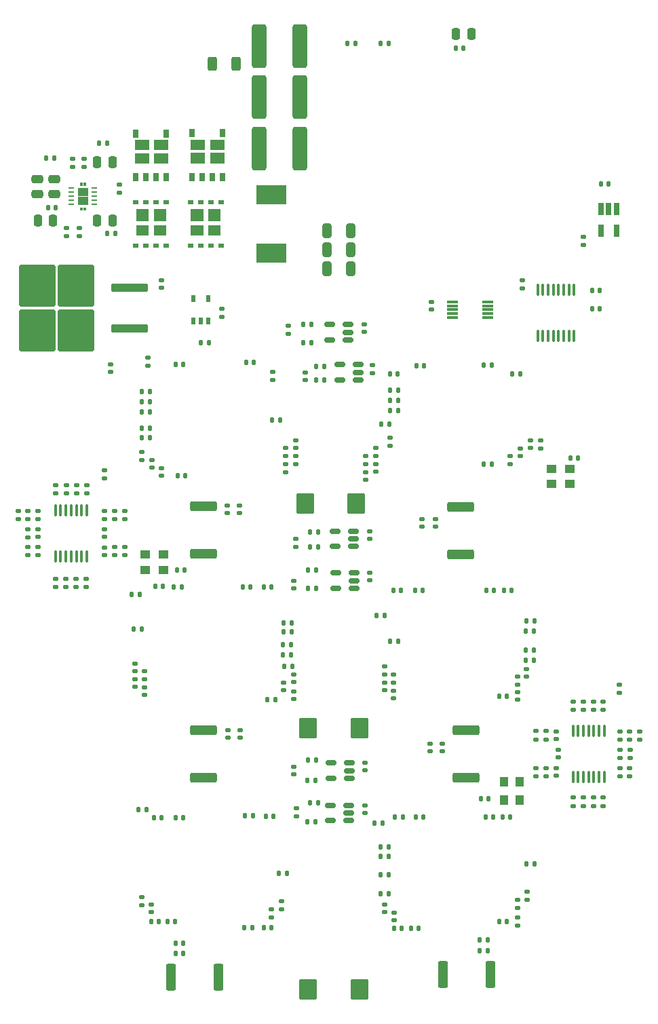
<source format=gbr>
%TF.GenerationSoftware,KiCad,Pcbnew,7.0.7*%
%TF.CreationDate,2023-10-30T22:19:44-06:00*%
%TF.ProjectId,bitaxeHex,62697461-7865-4486-9578-2e6b69636164,0.9*%
%TF.SameCoordinates,Original*%
%TF.FileFunction,Paste,Bot*%
%TF.FilePolarity,Positive*%
%FSLAX46Y46*%
G04 Gerber Fmt 4.6, Leading zero omitted, Abs format (unit mm)*
G04 Created by KiCad (PCBNEW 7.0.7) date 2023-10-30 22:19:44*
%MOMM*%
%LPD*%
G01*
G04 APERTURE LIST*
G04 Aperture macros list*
%AMRoundRect*
0 Rectangle with rounded corners*
0 $1 Rounding radius*
0 $2 $3 $4 $5 $6 $7 $8 $9 X,Y pos of 4 corners*
0 Add a 4 corners polygon primitive as box body*
4,1,4,$2,$3,$4,$5,$6,$7,$8,$9,$2,$3,0*
0 Add four circle primitives for the rounded corners*
1,1,$1+$1,$2,$3*
1,1,$1+$1,$4,$5*
1,1,$1+$1,$6,$7*
1,1,$1+$1,$8,$9*
0 Add four rect primitives between the rounded corners*
20,1,$1+$1,$2,$3,$4,$5,0*
20,1,$1+$1,$4,$5,$6,$7,0*
20,1,$1+$1,$6,$7,$8,$9,0*
20,1,$1+$1,$8,$9,$2,$3,0*%
G04 Aperture macros list end*
%ADD10C,0.100000*%
%ADD11C,0.001000*%
%ADD12R,0.762000X0.990600*%
%ADD13RoundRect,0.135000X0.135000X0.185000X-0.135000X0.185000X-0.135000X-0.185000X0.135000X-0.185000X0*%
%ADD14RoundRect,0.140000X0.170000X-0.140000X0.170000X0.140000X-0.170000X0.140000X-0.170000X-0.140000X0*%
%ADD15RoundRect,0.250000X-0.325000X-0.650000X0.325000X-0.650000X0.325000X0.650000X-0.325000X0.650000X0*%
%ADD16RoundRect,0.140000X-0.170000X0.140000X-0.170000X-0.140000X0.170000X-0.140000X0.170000X0.140000X0*%
%ADD17RoundRect,0.140000X0.140000X0.170000X-0.140000X0.170000X-0.140000X-0.170000X0.140000X-0.170000X0*%
%ADD18RoundRect,0.135000X0.185000X-0.135000X0.185000X0.135000X-0.185000X0.135000X-0.185000X-0.135000X0*%
%ADD19RoundRect,0.250000X0.475000X-0.250000X0.475000X0.250000X-0.475000X0.250000X-0.475000X-0.250000X0*%
%ADD20RoundRect,0.250000X-0.875000X-1.025000X0.875000X-1.025000X0.875000X1.025000X-0.875000X1.025000X0*%
%ADD21RoundRect,0.140000X-0.140000X-0.170000X0.140000X-0.170000X0.140000X0.170000X-0.140000X0.170000X0*%
%ADD22RoundRect,0.150000X0.512500X0.150000X-0.512500X0.150000X-0.512500X-0.150000X0.512500X-0.150000X0*%
%ADD23RoundRect,0.135000X-0.135000X-0.185000X0.135000X-0.185000X0.135000X0.185000X-0.135000X0.185000X0*%
%ADD24RoundRect,0.250000X-0.650000X-2.450000X0.650000X-2.450000X0.650000X2.450000X-0.650000X2.450000X0*%
%ADD25R,0.650000X1.560000*%
%ADD26RoundRect,0.250000X-0.312500X-0.625000X0.312500X-0.625000X0.312500X0.625000X-0.312500X0.625000X0*%
%ADD27RoundRect,0.135000X-0.185000X0.135000X-0.185000X-0.135000X0.185000X-0.135000X0.185000X0.135000X0*%
%ADD28RoundRect,0.100000X0.100000X-0.637500X0.100000X0.637500X-0.100000X0.637500X-0.100000X-0.637500X0*%
%ADD29R,0.558800X0.952500*%
%ADD30R,3.700000X2.420000*%
%ADD31RoundRect,0.250000X0.250000X0.475000X-0.250000X0.475000X-0.250000X-0.475000X0.250000X-0.475000X0*%
%ADD32R,1.300000X1.100000*%
%ADD33R,1.400000X0.300000*%
%ADD34RoundRect,0.250000X-0.362500X-1.425000X0.362500X-1.425000X0.362500X1.425000X-0.362500X1.425000X0*%
%ADD35RoundRect,0.250000X-0.250000X-0.475000X0.250000X-0.475000X0.250000X0.475000X-0.250000X0.475000X0*%
%ADD36R,0.650000X0.630000*%
%ADD37RoundRect,0.250000X1.425000X-0.362500X1.425000X0.362500X-1.425000X0.362500X-1.425000X-0.362500X0*%
%ADD38RoundRect,0.250000X0.362500X1.425000X-0.362500X1.425000X-0.362500X-1.425000X0.362500X-1.425000X0*%
%ADD39R,1.100000X1.300000*%
%ADD40RoundRect,0.250000X2.050000X0.300000X-2.050000X0.300000X-2.050000X-0.300000X2.050000X-0.300000X0*%
%ADD41RoundRect,0.250000X2.025000X2.375000X-2.025000X2.375000X-2.025000X-2.375000X2.025000X-2.375000X0*%
%ADD42RoundRect,0.050000X-0.250000X-0.070000X0.250000X-0.070000X0.250000X0.070000X-0.250000X0.070000X0*%
G04 APERTURE END LIST*
%TO.C,Q3*%
D10*
X79250000Y-65138293D02*
X77550000Y-65138293D01*
X77550000Y-63938293D01*
X79250000Y-63938293D01*
X79250000Y-65138293D01*
G36*
X79250000Y-65138293D02*
G01*
X77550000Y-65138293D01*
X77550000Y-63938293D01*
X79250000Y-63938293D01*
X79250000Y-65138293D01*
G37*
X76850000Y-65138293D02*
X75150000Y-65138293D01*
X75150000Y-63938293D01*
X76850000Y-63938293D01*
X76850000Y-65138293D01*
G36*
X76850000Y-65138293D02*
G01*
X75150000Y-65138293D01*
X75150000Y-63938293D01*
X76850000Y-63938293D01*
X76850000Y-65138293D01*
G37*
X79250000Y-63488293D02*
X77550000Y-63488293D01*
X77550000Y-62288293D01*
X79250000Y-62288293D01*
X79250000Y-63488293D01*
G36*
X79250000Y-63488293D02*
G01*
X77550000Y-63488293D01*
X77550000Y-62288293D01*
X79250000Y-62288293D01*
X79250000Y-63488293D01*
G37*
X76850000Y-63488293D02*
X75150000Y-63488293D01*
X75150000Y-62288293D01*
X76850000Y-62288293D01*
X76850000Y-63488293D01*
G36*
X76850000Y-63488293D02*
G01*
X75150000Y-63488293D01*
X75150000Y-62288293D01*
X76850000Y-62288293D01*
X76850000Y-63488293D01*
G37*
%TO.C,Q1*%
X72250000Y-65150000D02*
X70550000Y-65150000D01*
X70550000Y-63950000D01*
X72250000Y-63950000D01*
X72250000Y-65150000D01*
G36*
X72250000Y-65150000D02*
G01*
X70550000Y-65150000D01*
X70550000Y-63950000D01*
X72250000Y-63950000D01*
X72250000Y-65150000D01*
G37*
X69850000Y-65150000D02*
X68150000Y-65150000D01*
X68150000Y-63950000D01*
X69850000Y-63950000D01*
X69850000Y-65150000D01*
G36*
X69850000Y-65150000D02*
G01*
X68150000Y-65150000D01*
X68150000Y-63950000D01*
X69850000Y-63950000D01*
X69850000Y-65150000D01*
G37*
X72250000Y-63500000D02*
X70550000Y-63500000D01*
X70550000Y-62300000D01*
X72250000Y-62300000D01*
X72250000Y-63500000D01*
G36*
X72250000Y-63500000D02*
G01*
X70550000Y-63500000D01*
X70550000Y-62300000D01*
X72250000Y-62300000D01*
X72250000Y-63500000D01*
G37*
X69850000Y-63500000D02*
X68150000Y-63500000D01*
X68150000Y-62300000D01*
X69850000Y-62300000D01*
X69850000Y-63500000D01*
G36*
X69850000Y-63500000D02*
G01*
X68150000Y-63500000D01*
X68150000Y-62300000D01*
X69850000Y-62300000D01*
X69850000Y-63500000D01*
G37*
%TO.C,Q2*%
G36*
X69890120Y-74215034D02*
G01*
X68320400Y-74215034D01*
X68320400Y-72980086D01*
X69890120Y-72980086D01*
X69890120Y-74215034D01*
G37*
G36*
X72079600Y-74215034D02*
G01*
X70509880Y-74215034D01*
X70509880Y-72980086D01*
X72079600Y-72980086D01*
X72079600Y-74215034D01*
G37*
G36*
X69890120Y-72479960D02*
G01*
X68320400Y-72479960D01*
X68320400Y-70895000D01*
X69890120Y-70895000D01*
X69890120Y-72479960D01*
G37*
G36*
X72079600Y-72479960D02*
G01*
X70509880Y-72479960D01*
X70509880Y-70895000D01*
X72079600Y-70895000D01*
X72079600Y-72479960D01*
G37*
%TO.C,U4*%
D11*
X61530000Y-67937000D02*
X61280000Y-67937000D01*
X61280000Y-67642000D01*
X61530000Y-67642000D01*
X61530000Y-67937000D01*
G36*
X61530000Y-67937000D02*
G01*
X61280000Y-67937000D01*
X61280000Y-67642000D01*
X61530000Y-67642000D01*
X61530000Y-67937000D01*
G37*
X61530000Y-71042000D02*
X61280000Y-71042000D01*
X61280000Y-70747000D01*
X61530000Y-70747000D01*
X61530000Y-71042000D01*
G36*
X61530000Y-71042000D02*
G01*
X61280000Y-71042000D01*
X61280000Y-70747000D01*
X61530000Y-70747000D01*
X61530000Y-71042000D01*
G37*
X62030000Y-67937000D02*
X61780000Y-67937000D01*
X61780000Y-67642000D01*
X62030000Y-67642000D01*
X62030000Y-67937000D01*
G36*
X62030000Y-67937000D02*
G01*
X61780000Y-67937000D01*
X61780000Y-67642000D01*
X62030000Y-67642000D01*
X62030000Y-67937000D01*
G37*
X62030000Y-71042000D02*
X61780000Y-71042000D01*
X61780000Y-70747000D01*
X62030000Y-70747000D01*
X62030000Y-71042000D01*
G36*
X62030000Y-71042000D02*
G01*
X61780000Y-71042000D01*
X61780000Y-70747000D01*
X62030000Y-70747000D01*
X62030000Y-71042000D01*
G37*
X62250000Y-70367000D02*
X61040000Y-70372000D01*
X61040000Y-69442000D01*
X62250000Y-69437000D01*
X62250000Y-70367000D01*
G36*
X62250000Y-70367000D02*
G01*
X61040000Y-70372000D01*
X61040000Y-69442000D01*
X62250000Y-69437000D01*
X62250000Y-70367000D01*
G37*
X62255000Y-69242000D02*
X61045000Y-69247000D01*
X61045000Y-68317000D01*
X62255000Y-68312000D01*
X62255000Y-69242000D01*
G36*
X62255000Y-69242000D02*
G01*
X61045000Y-69247000D01*
X61045000Y-68317000D01*
X62255000Y-68312000D01*
X62255000Y-69242000D01*
G37*
%TO.C,Q4*%
G36*
X76690120Y-74215034D02*
G01*
X75120400Y-74215034D01*
X75120400Y-72980086D01*
X76690120Y-72980086D01*
X76690120Y-74215034D01*
G37*
G36*
X78879600Y-74215034D02*
G01*
X77309880Y-74215034D01*
X77309880Y-72980086D01*
X78879600Y-72980086D01*
X78879600Y-74215034D01*
G37*
G36*
X76690120Y-72479960D02*
G01*
X75120400Y-72479960D01*
X75120400Y-70895000D01*
X76690120Y-70895000D01*
X76690120Y-72479960D01*
G37*
G36*
X78879600Y-72479960D02*
G01*
X77309880Y-72479960D01*
X77309880Y-70895000D01*
X78879600Y-70895000D01*
X78879600Y-72479960D01*
G37*
%TD*%
D12*
%TO.C,Q3*%
X79105000Y-66983294D03*
X77835000Y-66983294D03*
X76565000Y-66983294D03*
X75295000Y-66983294D03*
X79105000Y-61488298D03*
X75295000Y-61488298D03*
%TD*%
%TO.C,Q1*%
X72105000Y-66995001D03*
X70835000Y-66995001D03*
X69565000Y-66995001D03*
X68295000Y-66995001D03*
X72105000Y-61500005D03*
X68295000Y-61500005D03*
%TD*%
D13*
%TO.C,R36*%
X70010000Y-99500000D03*
X68990000Y-99500000D03*
%TD*%
D14*
%TO.C,C48*%
X98250000Y-103730000D03*
X98250000Y-102770000D03*
%TD*%
D15*
%TO.C,C21*%
X92125000Y-76000000D03*
X95075000Y-76000000D03*
%TD*%
D16*
%TO.C,C44*%
X97800000Y-90420000D03*
X97800000Y-91380000D03*
%TD*%
D17*
%TO.C,C104*%
X71680000Y-118000000D03*
X70720000Y-118000000D03*
%TD*%
D14*
%TO.C,C97*%
X69400000Y-131580000D03*
X69400000Y-130620000D03*
%TD*%
D18*
%TO.C,R63*%
X53600000Y-109610000D03*
X53600000Y-108590000D03*
%TD*%
D19*
%TO.C,C7*%
X58099000Y-69088000D03*
X58099000Y-67188000D03*
%TD*%
D20*
%TO.C,C150*%
X89800000Y-168300000D03*
X96200000Y-168300000D03*
%TD*%
D18*
%TO.C,R7*%
X59600000Y-74310000D03*
X59600000Y-73290000D03*
%TD*%
D21*
%TO.C,C147*%
X111220000Y-162100000D03*
X112180000Y-162100000D03*
%TD*%
D14*
%TO.C,C122*%
X100500000Y-159660000D03*
X100500000Y-158700000D03*
%TD*%
D22*
%TO.C,U25*%
X94837500Y-145350000D03*
X94837500Y-146300000D03*
X94837500Y-147250000D03*
X92562500Y-147250000D03*
X92562500Y-145350000D03*
%TD*%
D18*
%TO.C,R50*%
X65630000Y-114130000D03*
X65630000Y-113110000D03*
%TD*%
D23*
%TO.C,R54*%
X89790000Y-118300000D03*
X90810000Y-118300000D03*
%TD*%
D14*
%TO.C,C83*%
X86700000Y-130980000D03*
X86700000Y-130020000D03*
%TD*%
D17*
%TO.C,C60*%
X74480000Y-104200000D03*
X73520000Y-104200000D03*
%TD*%
D24*
%TO.C,C1*%
X83650000Y-50600000D03*
X88750000Y-50600000D03*
%TD*%
D14*
%TO.C,C123*%
X99300000Y-158660000D03*
X99300000Y-157700000D03*
%TD*%
D18*
%TO.C,R103*%
X131180000Y-137130000D03*
X131180000Y-136110000D03*
%TD*%
D13*
%TO.C,R92*%
X87110000Y-153800000D03*
X86090000Y-153800000D03*
%TD*%
D18*
%TO.C,R93*%
X118230000Y-137100000D03*
X118230000Y-136080000D03*
%TD*%
D25*
%TO.C,U5*%
X126350000Y-70950000D03*
X127300000Y-70950000D03*
X128250000Y-70950000D03*
X128250000Y-73650000D03*
X126350000Y-73650000D03*
%TD*%
D16*
%TO.C,C136*%
X128680000Y-138440000D03*
X128680000Y-139400000D03*
%TD*%
%TO.C,C72*%
X64330000Y-113160000D03*
X64330000Y-114120000D03*
%TD*%
D17*
%TO.C,C58*%
X82980000Y-90100000D03*
X82020000Y-90100000D03*
%TD*%
D26*
%TO.C,R1*%
X77837500Y-52800000D03*
X80762500Y-52800000D03*
%TD*%
D27*
%TO.C,R65*%
X58300000Y-105377500D03*
X58300000Y-106397500D03*
%TD*%
D14*
%TO.C,C3*%
X71500000Y-80780000D03*
X71500000Y-79820000D03*
%TD*%
D16*
%TO.C,C79*%
X88200000Y-112120000D03*
X88200000Y-113080000D03*
%TD*%
D17*
%TO.C,C82*%
X101380000Y-118500000D03*
X100420000Y-118500000D03*
%TD*%
D21*
%TO.C,C27*%
X125220000Y-83400000D03*
X126180000Y-83400000D03*
%TD*%
D17*
%TO.C,C43*%
X112680000Y-102800000D03*
X111720000Y-102800000D03*
%TD*%
D13*
%TO.C,R70*%
X87710000Y-122600000D03*
X86690000Y-122600000D03*
%TD*%
%TO.C,R91*%
X99810000Y-156400000D03*
X98790000Y-156400000D03*
%TD*%
%TO.C,R37*%
X70010000Y-95000000D03*
X68990000Y-95000000D03*
%TD*%
D14*
%TO.C,C50*%
X97000000Y-102730000D03*
X97000000Y-101770000D03*
%TD*%
%TO.C,C105*%
X68200000Y-128600000D03*
X68200000Y-127640000D03*
%TD*%
D13*
%TO.C,R38*%
X101010000Y-93570000D03*
X99990000Y-93570000D03*
%TD*%
D28*
%TO.C,U7*%
X122975000Y-86762500D03*
X122325000Y-86762500D03*
X121675000Y-86762500D03*
X121025000Y-86762500D03*
X120375000Y-86762500D03*
X119725000Y-86762500D03*
X119075000Y-86762500D03*
X118425000Y-86762500D03*
X118425000Y-81037500D03*
X119075000Y-81037500D03*
X119725000Y-81037500D03*
X120375000Y-81037500D03*
X121025000Y-81037500D03*
X121675000Y-81037500D03*
X122325000Y-81037500D03*
X122975000Y-81037500D03*
%TD*%
D17*
%TO.C,C133*%
X71160000Y-159800000D03*
X70200000Y-159800000D03*
%TD*%
D13*
%TO.C,R67*%
X87710000Y-123700000D03*
X86690000Y-123700000D03*
%TD*%
D16*
%TO.C,C102*%
X64330000Y-110890000D03*
X64330000Y-111850000D03*
%TD*%
D14*
%TO.C,C81*%
X88000000Y-132080000D03*
X88000000Y-131120000D03*
%TD*%
D22*
%TO.C,U15*%
X94737500Y-85350000D03*
X94737500Y-86300000D03*
X94737500Y-87250000D03*
X92462500Y-87250000D03*
X92462500Y-85350000D03*
%TD*%
D14*
%TO.C,C139*%
X68980000Y-157780000D03*
X68980000Y-156820000D03*
%TD*%
D16*
%TO.C,C74*%
X97500000Y-116320000D03*
X97500000Y-117280000D03*
%TD*%
%TO.C,C56*%
X85400000Y-91270000D03*
X85400000Y-92230000D03*
%TD*%
D27*
%TO.C,R95*%
X122880000Y-132400000D03*
X122880000Y-133420000D03*
%TD*%
D13*
%TO.C,R6*%
X65710000Y-74000000D03*
X64690000Y-74000000D03*
%TD*%
%TO.C,R61*%
X101010000Y-124900000D03*
X99990000Y-124900000D03*
%TD*%
%TO.C,R23*%
X99050000Y-147580000D03*
X98030000Y-147580000D03*
%TD*%
D16*
%TO.C,C65*%
X69750000Y-89500000D03*
X69750000Y-90460000D03*
%TD*%
D14*
%TO.C,C99*%
X68200000Y-130580000D03*
X68200000Y-129620000D03*
%TD*%
D16*
%TO.C,C78*%
X88000000Y-117320000D03*
X88000000Y-118280000D03*
%TD*%
D23*
%TO.C,R32*%
X68610000Y-145870000D03*
X69630000Y-145870000D03*
%TD*%
D16*
%TO.C,C121*%
X88000000Y-140520000D03*
X88000000Y-141480000D03*
%TD*%
%TO.C,C55*%
X87000000Y-100750000D03*
X87000000Y-101710000D03*
%TD*%
%TO.C,C103*%
X56030000Y-110880000D03*
X56030000Y-111840000D03*
%TD*%
%TO.C,C13*%
X79000000Y-83420000D03*
X79000000Y-84380000D03*
%TD*%
%TO.C,C57*%
X88250000Y-101790000D03*
X88250000Y-102750000D03*
%TD*%
D14*
%TO.C,C96*%
X64330000Y-109600000D03*
X64330000Y-108640000D03*
%TD*%
D27*
%TO.C,R75*%
X65630000Y-108610000D03*
X65630000Y-109630000D03*
%TD*%
D14*
%TO.C,C94*%
X79800000Y-136880000D03*
X79800000Y-135920000D03*
%TD*%
D17*
%TO.C,C138*%
X71480000Y-146900000D03*
X70520000Y-146900000D03*
%TD*%
%TO.C,C116*%
X103580000Y-160700000D03*
X102620000Y-160700000D03*
%TD*%
D23*
%TO.C,R55*%
X89990000Y-113100000D03*
X91010000Y-113100000D03*
%TD*%
D13*
%TO.C,R39*%
X70010000Y-98250000D03*
X68990000Y-98250000D03*
%TD*%
D17*
%TO.C,C109*%
X112880000Y-146800000D03*
X111920000Y-146800000D03*
%TD*%
%TO.C,C128*%
X85180000Y-160620000D03*
X84220000Y-160620000D03*
%TD*%
D14*
%TO.C,C141*%
X81200000Y-108880000D03*
X81200000Y-107920000D03*
%TD*%
D16*
%TO.C,C86*%
X100400000Y-129040000D03*
X100400000Y-130000000D03*
%TD*%
D28*
%TO.C,U23*%
X126730000Y-141762500D03*
X126080000Y-141762500D03*
X125430000Y-141762500D03*
X124780000Y-141762500D03*
X124130000Y-141762500D03*
X123480000Y-141762500D03*
X122830000Y-141762500D03*
X122830000Y-136037500D03*
X123480000Y-136037500D03*
X124130000Y-136037500D03*
X124780000Y-136037500D03*
X125430000Y-136037500D03*
X126080000Y-136037500D03*
X126730000Y-136037500D03*
%TD*%
%TO.C,U18*%
X62150000Y-114250000D03*
X61500000Y-114250000D03*
X60850000Y-114250000D03*
X60200000Y-114250000D03*
X59550000Y-114250000D03*
X58900000Y-114250000D03*
X58250000Y-114250000D03*
X58250000Y-108525000D03*
X58900000Y-108525000D03*
X59550000Y-108525000D03*
X60200000Y-108525000D03*
X60850000Y-108525000D03*
X61500000Y-108525000D03*
X62150000Y-108525000D03*
%TD*%
D29*
%TO.C,U2*%
X77339800Y-84877950D03*
X76400000Y-84877950D03*
X75460200Y-84877950D03*
X75460200Y-82122050D03*
X77339800Y-82122050D03*
%TD*%
D18*
%TO.C,R10*%
X60400000Y-65710000D03*
X60400000Y-64690000D03*
%TD*%
D21*
%TO.C,C151*%
X111320000Y-144500000D03*
X112280000Y-144500000D03*
%TD*%
D14*
%TO.C,C143*%
X79700000Y-108880000D03*
X79700000Y-107920000D03*
%TD*%
D17*
%TO.C,C146*%
X74180000Y-162500000D03*
X73220000Y-162500000D03*
%TD*%
D16*
%TO.C,C120*%
X88300000Y-145720000D03*
X88300000Y-146680000D03*
%TD*%
D23*
%TO.C,R25*%
X89190000Y-87600000D03*
X90210000Y-87600000D03*
%TD*%
D30*
%TO.C,L1*%
X85200000Y-69180000D03*
X85200000Y-76420000D03*
%TD*%
D16*
%TO.C,C124*%
X86500000Y-157320000D03*
X86500000Y-158280000D03*
%TD*%
D13*
%TO.C,R30*%
X99910000Y-97800000D03*
X98890000Y-97800000D03*
%TD*%
D17*
%TO.C,C132*%
X73160000Y-159800000D03*
X72200000Y-159800000D03*
%TD*%
D23*
%TO.C,R109*%
X116990000Y-152600000D03*
X118010000Y-152600000D03*
%TD*%
D16*
%TO.C,C108*%
X115900000Y-157140000D03*
X115900000Y-158100000D03*
%TD*%
D21*
%TO.C,C68*%
X114220000Y-118500000D03*
X115180000Y-118500000D03*
%TD*%
D17*
%TO.C,C70*%
X112980000Y-118500000D03*
X112020000Y-118500000D03*
%TD*%
D23*
%TO.C,R19*%
X94690000Y-50300000D03*
X95710000Y-50300000D03*
%TD*%
D21*
%TO.C,C149*%
X111220000Y-163500000D03*
X112180000Y-163500000D03*
%TD*%
D31*
%TO.C,C15*%
X65350000Y-72400000D03*
X63450000Y-72400000D03*
%TD*%
D18*
%TO.C,R22*%
X118800000Y-100810000D03*
X118800000Y-99790000D03*
%TD*%
D27*
%TO.C,R105*%
X126630000Y-132400000D03*
X126630000Y-133420000D03*
%TD*%
D20*
%TO.C,C145*%
X89400000Y-107700000D03*
X95800000Y-107700000D03*
%TD*%
D14*
%TO.C,C84*%
X88000000Y-129980000D03*
X88000000Y-129020000D03*
%TD*%
D16*
%TO.C,C38*%
X117500000Y-99790000D03*
X117500000Y-100750000D03*
%TD*%
D18*
%TO.C,R81*%
X129930000Y-141730000D03*
X129930000Y-140710000D03*
%TD*%
D14*
%TO.C,C101*%
X69400000Y-129580000D03*
X69400000Y-128620000D03*
%TD*%
%TO.C,C95*%
X106500000Y-138580000D03*
X106500000Y-137620000D03*
%TD*%
D27*
%TO.C,R64*%
X59600000Y-105390000D03*
X59600000Y-106410000D03*
%TD*%
D14*
%TO.C,C135*%
X70180000Y-158680000D03*
X70180000Y-157720000D03*
%TD*%
D16*
%TO.C,C54*%
X88250000Y-99790000D03*
X88250000Y-100750000D03*
%TD*%
D17*
%TO.C,C140*%
X74380000Y-116000000D03*
X73420000Y-116000000D03*
%TD*%
D15*
%TO.C,C20*%
X92125000Y-73600000D03*
X95075000Y-73600000D03*
%TD*%
D13*
%TO.C,R97*%
X99810000Y-151700000D03*
X98790000Y-151700000D03*
%TD*%
D18*
%TO.C,R84*%
X122880000Y-145400000D03*
X122880000Y-144380000D03*
%TD*%
D32*
%TO.C,U17*%
X122450000Y-105250000D03*
X120150000Y-105250000D03*
X120150000Y-103350000D03*
X122450000Y-103350000D03*
%TD*%
D27*
%TO.C,R44*%
X66880000Y-113110000D03*
X66880000Y-114130000D03*
%TD*%
D16*
%TO.C,C45*%
X96800000Y-85320000D03*
X96800000Y-86280000D03*
%TD*%
D18*
%TO.C,R83*%
X124130000Y-145400000D03*
X124130000Y-144380000D03*
%TD*%
%TO.C,R72*%
X66880000Y-109630000D03*
X66880000Y-108610000D03*
%TD*%
D13*
%TO.C,R101*%
X99810000Y-150500000D03*
X98790000Y-150500000D03*
%TD*%
D33*
%TO.C,U12*%
X107800000Y-84500000D03*
X107800000Y-84000000D03*
X107800000Y-83500000D03*
X107800000Y-83000000D03*
X107800000Y-82500000D03*
X112200000Y-82500000D03*
X112200000Y-83000000D03*
X112200000Y-83500000D03*
X112200000Y-84000000D03*
X112200000Y-84500000D03*
%TD*%
D13*
%TO.C,R96*%
X99810000Y-154000000D03*
X98790000Y-154000000D03*
%TD*%
D21*
%TO.C,C46*%
X103320000Y-90500000D03*
X104280000Y-90500000D03*
%TD*%
D13*
%TO.C,R18*%
X99810000Y-50300000D03*
X98790000Y-50300000D03*
%TD*%
D34*
%TO.C,R99*%
X106637500Y-166400000D03*
X112562500Y-166400000D03*
%TD*%
D13*
%TO.C,R28*%
X90210000Y-85300000D03*
X89190000Y-85300000D03*
%TD*%
D22*
%TO.C,U21*%
X95437500Y-111150000D03*
X95437500Y-112100000D03*
X95437500Y-113050000D03*
X93162500Y-113050000D03*
X93162500Y-111150000D03*
%TD*%
D16*
%TO.C,C114*%
X96900000Y-140020000D03*
X96900000Y-140980000D03*
%TD*%
D21*
%TO.C,C107*%
X114020000Y-146800000D03*
X114980000Y-146800000D03*
%TD*%
D13*
%TO.C,R27*%
X91810000Y-90600000D03*
X90790000Y-90600000D03*
%TD*%
D35*
%TO.C,C23*%
X108250000Y-49100000D03*
X110150000Y-49100000D03*
%TD*%
D27*
%TO.C,R77*%
X64400000Y-103490000D03*
X64400000Y-104510000D03*
%TD*%
D17*
%TO.C,C41*%
X112680000Y-90400000D03*
X111720000Y-90400000D03*
%TD*%
%TO.C,C10*%
X58280000Y-70800000D03*
X57320000Y-70800000D03*
%TD*%
D13*
%TO.C,R17*%
X69010000Y-123300000D03*
X67990000Y-123300000D03*
%TD*%
%TO.C,R41*%
X70010000Y-93750000D03*
X68990000Y-93750000D03*
%TD*%
D14*
%TO.C,C66*%
X69000000Y-102230000D03*
X69000000Y-101270000D03*
%TD*%
D16*
%TO.C,C12*%
X65100000Y-90320000D03*
X65100000Y-91280000D03*
%TD*%
D22*
%TO.C,U26*%
X94937500Y-140050000D03*
X94937500Y-141000000D03*
X94937500Y-141950000D03*
X92662500Y-141950000D03*
X92662500Y-140050000D03*
%TD*%
D14*
%TO.C,C131*%
X128680000Y-137100000D03*
X128680000Y-136140000D03*
%TD*%
D27*
%TO.C,R14*%
X116500000Y-79790000D03*
X116500000Y-80810000D03*
%TD*%
D21*
%TO.C,C87*%
X84220000Y-118100000D03*
X85180000Y-118100000D03*
%TD*%
%TO.C,C77*%
X84720000Y-132120000D03*
X85680000Y-132120000D03*
%TD*%
%TO.C,C100*%
X73020000Y-118100000D03*
X73980000Y-118100000D03*
%TD*%
D32*
%TO.C,U8*%
X71750000Y-115950000D03*
X69450000Y-115950000D03*
X69450000Y-114050000D03*
X71750000Y-114050000D03*
%TD*%
D16*
%TO.C,C117*%
X120730000Y-140710000D03*
X120730000Y-141670000D03*
%TD*%
D27*
%TO.C,R73*%
X60900000Y-105377500D03*
X60900000Y-106397500D03*
%TD*%
%TO.C,R102*%
X119480000Y-136080000D03*
X119480000Y-137100000D03*
%TD*%
D18*
%TO.C,R80*%
X126630000Y-145400000D03*
X126630000Y-144380000D03*
%TD*%
%TO.C,R78*%
X129980000Y-139410000D03*
X129980000Y-138390000D03*
%TD*%
D14*
%TO.C,C53*%
X98250000Y-101730000D03*
X98250000Y-100770000D03*
%TD*%
D16*
%TO.C,C14*%
X66200000Y-67920000D03*
X66200000Y-68880000D03*
%TD*%
D21*
%TO.C,C134*%
X73220000Y-146900000D03*
X74180000Y-146900000D03*
%TD*%
D36*
%TO.C,Q2*%
X72105000Y-75535072D03*
X70835000Y-75535072D03*
X69565000Y-75535072D03*
X68295000Y-75535072D03*
X68295000Y-70064928D03*
X69565000Y-70064928D03*
X70835000Y-70064928D03*
X72105000Y-70064928D03*
%TD*%
D16*
%TO.C,C80*%
X56030000Y-113130000D03*
X56030000Y-114090000D03*
%TD*%
D14*
%TO.C,C64*%
X70250000Y-103230000D03*
X70250000Y-102270000D03*
%TD*%
D23*
%TO.C,R87*%
X89690000Y-142200000D03*
X90710000Y-142200000D03*
%TD*%
D17*
%TO.C,C118*%
X101480000Y-160700000D03*
X100520000Y-160700000D03*
%TD*%
D13*
%TO.C,R66*%
X87610000Y-125300000D03*
X86590000Y-125300000D03*
%TD*%
%TO.C,R33*%
X101010000Y-94800000D03*
X99990000Y-94800000D03*
%TD*%
D37*
%TO.C,R62*%
X76700000Y-141862500D03*
X76700000Y-135937500D03*
%TD*%
D21*
%TO.C,C39*%
X115270000Y-91500000D03*
X116230000Y-91500000D03*
%TD*%
D16*
%TO.C,C52*%
X87300000Y-85520000D03*
X87300000Y-86480000D03*
%TD*%
D38*
%TO.C,R98*%
X78562500Y-166800000D03*
X72637500Y-166800000D03*
%TD*%
D16*
%TO.C,C67*%
X117000000Y-128300000D03*
X117000000Y-129260000D03*
%TD*%
%TO.C,C125*%
X85200000Y-158340000D03*
X85200000Y-159300000D03*
%TD*%
D13*
%TO.C,R57*%
X91010000Y-111200000D03*
X89990000Y-111200000D03*
%TD*%
D18*
%TO.C,R52*%
X59550000Y-118100000D03*
X59550000Y-117080000D03*
%TD*%
D13*
%TO.C,R69*%
X87610000Y-126600000D03*
X86590000Y-126600000D03*
%TD*%
D16*
%TO.C,C71*%
X115900000Y-131220000D03*
X115900000Y-132180000D03*
%TD*%
%TO.C,C113*%
X96900000Y-145320000D03*
X96900000Y-146280000D03*
%TD*%
D14*
%TO.C,C127*%
X120730000Y-137070000D03*
X120730000Y-136110000D03*
%TD*%
D17*
%TO.C,C49*%
X100980000Y-91500000D03*
X100020000Y-91500000D03*
%TD*%
%TO.C,C130*%
X82780000Y-160600000D03*
X81820000Y-160600000D03*
%TD*%
D16*
%TO.C,C92*%
X100400000Y-131040000D03*
X100400000Y-132000000D03*
%TD*%
D18*
%TO.C,R46*%
X62050000Y-118100000D03*
X62050000Y-117080000D03*
%TD*%
D14*
%TO.C,C142*%
X104000000Y-110580000D03*
X104000000Y-109620000D03*
%TD*%
D13*
%TO.C,R90*%
X90810000Y-139700000D03*
X89790000Y-139700000D03*
%TD*%
D27*
%TO.C,R106*%
X129930000Y-136110000D03*
X129930000Y-137130000D03*
%TD*%
D16*
%TO.C,C111*%
X128680000Y-140740000D03*
X128680000Y-141700000D03*
%TD*%
%TO.C,C137*%
X121030000Y-138420000D03*
X121030000Y-139380000D03*
%TD*%
D24*
%TO.C,C6*%
X83650000Y-63400000D03*
X88750000Y-63400000D03*
%TD*%
D22*
%TO.C,U14*%
X96037500Y-90350000D03*
X96037500Y-91300000D03*
X96037500Y-92250000D03*
X93762500Y-92250000D03*
X93762500Y-90350000D03*
%TD*%
D13*
%TO.C,R42*%
X99330000Y-121620000D03*
X98310000Y-121620000D03*
%TD*%
D39*
%TO.C,U28*%
X114250000Y-144650000D03*
X114250000Y-142350000D03*
X116150000Y-142350000D03*
X116150000Y-144650000D03*
%TD*%
D18*
%TO.C,R26*%
X100000000Y-100510000D03*
X100000000Y-99490000D03*
%TD*%
D14*
%TO.C,C17*%
X124100000Y-75380000D03*
X124100000Y-74420000D03*
%TD*%
D17*
%TO.C,C148*%
X74180000Y-163800000D03*
X73220000Y-163800000D03*
%TD*%
D37*
%TO.C,R35*%
X76700000Y-113962500D03*
X76700000Y-108037500D03*
%TD*%
D13*
%TO.C,R56*%
X90810000Y-116000000D03*
X89790000Y-116000000D03*
%TD*%
D14*
%TO.C,C47*%
X97000000Y-104730000D03*
X97000000Y-103770000D03*
%TD*%
D16*
%TO.C,C89*%
X99300000Y-130040000D03*
X99300000Y-131000000D03*
%TD*%
%TO.C,C40*%
X116250000Y-100790000D03*
X116250000Y-101750000D03*
%TD*%
%TO.C,C106*%
X117100000Y-156140000D03*
X117100000Y-157100000D03*
%TD*%
D17*
%TO.C,C90*%
X82580000Y-118100000D03*
X81620000Y-118100000D03*
%TD*%
D14*
%TO.C,C62*%
X71500000Y-104230000D03*
X71500000Y-103270000D03*
%TD*%
D16*
%TO.C,C51*%
X89400000Y-91320000D03*
X89400000Y-92280000D03*
%TD*%
D27*
%TO.C,R104*%
X125380000Y-132400000D03*
X125380000Y-133420000D03*
%TD*%
D22*
%TO.C,U20*%
X95537500Y-116350000D03*
X95537500Y-117300000D03*
X95537500Y-118250000D03*
X93262500Y-118250000D03*
X93262500Y-116350000D03*
%TD*%
D40*
%TO.C,U1*%
X67525000Y-80772000D03*
D41*
X60800000Y-86087000D03*
X60800000Y-80537000D03*
X55950000Y-86087000D03*
X55950000Y-80537000D03*
D40*
X67525000Y-85852000D03*
%TD*%
D23*
%TO.C,R48*%
X116900000Y-123600000D03*
X117920000Y-123600000D03*
%TD*%
D27*
%TO.C,R108*%
X128600000Y-130290000D03*
X128600000Y-131310000D03*
%TD*%
D23*
%TO.C,R49*%
X116900000Y-127200000D03*
X117920000Y-127200000D03*
%TD*%
%TO.C,R4*%
X57090000Y-64600000D03*
X58110000Y-64600000D03*
%TD*%
D27*
%TO.C,R71*%
X54800000Y-108590000D03*
X54800000Y-109610000D03*
%TD*%
D23*
%TO.C,R86*%
X89690000Y-147400000D03*
X90710000Y-147400000D03*
%TD*%
D21*
%TO.C,C63*%
X73220000Y-90300000D03*
X74180000Y-90300000D03*
%TD*%
D24*
%TO.C,C2*%
X83650000Y-57000000D03*
X88750000Y-57000000D03*
%TD*%
D13*
%TO.C,R29*%
X86260000Y-97250000D03*
X85240000Y-97250000D03*
%TD*%
D37*
%TO.C,R34*%
X108800000Y-114062500D03*
X108800000Y-108137500D03*
%TD*%
D21*
%TO.C,C76*%
X103120000Y-118500000D03*
X104080000Y-118500000D03*
%TD*%
%TO.C,C25*%
X108220000Y-50900000D03*
X109180000Y-50900000D03*
%TD*%
D14*
%TO.C,C91*%
X81300000Y-136880000D03*
X81300000Y-135920000D03*
%TD*%
D18*
%TO.C,R51*%
X54800000Y-111910000D03*
X54800000Y-110890000D03*
%TD*%
D16*
%TO.C,C85*%
X99300000Y-128040000D03*
X99300000Y-129000000D03*
%TD*%
D13*
%TO.C,R58*%
X68770000Y-119060000D03*
X67750000Y-119060000D03*
%TD*%
D14*
%TO.C,C31*%
X105200000Y-83480000D03*
X105200000Y-82520000D03*
%TD*%
D21*
%TO.C,C115*%
X103220000Y-146800000D03*
X104180000Y-146800000D03*
%TD*%
D42*
%TO.C,U4*%
X60255000Y-70342000D03*
X60255000Y-69842000D03*
X60255000Y-69342000D03*
X60255000Y-68842000D03*
X60255000Y-68342000D03*
X63055000Y-68342000D03*
X63055000Y-68842000D03*
X63055000Y-69342000D03*
X63055000Y-69842000D03*
X63055000Y-70342000D03*
%TD*%
D23*
%TO.C,R24*%
X90790000Y-92300000D03*
X91810000Y-92300000D03*
%TD*%
D13*
%TO.C,R89*%
X91010000Y-145000000D03*
X89990000Y-145000000D03*
%TD*%
D17*
%TO.C,C5*%
X77380000Y-87600000D03*
X76420000Y-87600000D03*
%TD*%
D23*
%TO.C,R43*%
X116990000Y-122300000D03*
X118010000Y-122300000D03*
%TD*%
D27*
%TO.C,R82*%
X118230000Y-140680000D03*
X118230000Y-141700000D03*
%TD*%
%TO.C,R9*%
X61800000Y-64690000D03*
X61800000Y-65710000D03*
%TD*%
D31*
%TO.C,C19*%
X65350000Y-65090000D03*
X63450000Y-65090000D03*
%TD*%
D17*
%TO.C,C129*%
X82880000Y-146600000D03*
X81920000Y-146600000D03*
%TD*%
D16*
%TO.C,C59*%
X87000000Y-102790000D03*
X87000000Y-103750000D03*
%TD*%
D18*
%TO.C,R88*%
X119480000Y-141700000D03*
X119480000Y-140680000D03*
%TD*%
D31*
%TO.C,C8*%
X57950000Y-72400000D03*
X56050000Y-72400000D03*
%TD*%
D36*
%TO.C,Q4*%
X78905000Y-75535072D03*
X77635000Y-75535072D03*
X76365000Y-75535072D03*
X75095000Y-75535072D03*
X75095000Y-70064928D03*
X76365000Y-70064928D03*
X77635000Y-70064928D03*
X78905000Y-70064928D03*
%TD*%
D23*
%TO.C,R60*%
X86790000Y-128020000D03*
X87810000Y-128020000D03*
%TD*%
D17*
%TO.C,C119*%
X101580000Y-146800000D03*
X100620000Y-146800000D03*
%TD*%
D18*
%TO.C,R79*%
X125380000Y-145400000D03*
X125380000Y-144380000D03*
%TD*%
D15*
%TO.C,C22*%
X92125000Y-78400000D03*
X95075000Y-78400000D03*
%TD*%
D13*
%TO.C,R31*%
X101010000Y-96100000D03*
X99990000Y-96100000D03*
%TD*%
D16*
%TO.C,C110*%
X115900000Y-159340000D03*
X115900000Y-160300000D03*
%TD*%
%TO.C,C69*%
X115900000Y-129300000D03*
X115900000Y-130260000D03*
%TD*%
D17*
%TO.C,C112*%
X114600000Y-159820000D03*
X113640000Y-159820000D03*
%TD*%
D14*
%TO.C,C88*%
X56030000Y-109590000D03*
X56030000Y-108630000D03*
%TD*%
D17*
%TO.C,C26*%
X126180000Y-81100000D03*
X125220000Y-81100000D03*
%TD*%
D23*
%TO.C,R47*%
X116900000Y-126000000D03*
X117920000Y-126000000D03*
%TD*%
D37*
%TO.C,R68*%
X109500000Y-141862500D03*
X109500000Y-135937500D03*
%TD*%
D18*
%TO.C,R59*%
X54780000Y-114120000D03*
X54780000Y-113100000D03*
%TD*%
D27*
%TO.C,R94*%
X124130000Y-132400000D03*
X124130000Y-133420000D03*
%TD*%
D13*
%TO.C,R40*%
X70010000Y-96250000D03*
X68990000Y-96250000D03*
%TD*%
D27*
%TO.C,R5*%
X61200000Y-73290000D03*
X61200000Y-74310000D03*
%TD*%
%TO.C,R45*%
X60800000Y-117090000D03*
X60800000Y-118110000D03*
%TD*%
D20*
%TO.C,C98*%
X89800000Y-135700000D03*
X96200000Y-135700000D03*
%TD*%
D16*
%TO.C,C42*%
X115000000Y-101790000D03*
X115000000Y-102750000D03*
%TD*%
D14*
%TO.C,C144*%
X105700000Y-110580000D03*
X105700000Y-109620000D03*
%TD*%
D27*
%TO.C,R74*%
X62150000Y-105377500D03*
X62150000Y-106397500D03*
%TD*%
D19*
%TO.C,C9*%
X56000000Y-69088000D03*
X56000000Y-67188000D03*
%TD*%
D14*
%TO.C,C93*%
X105000000Y-138580000D03*
X105000000Y-137620000D03*
%TD*%
D17*
%TO.C,C73*%
X114580000Y-131700000D03*
X113620000Y-131700000D03*
%TD*%
D18*
%TO.C,R53*%
X58300000Y-118100000D03*
X58300000Y-117080000D03*
%TD*%
D21*
%TO.C,C16*%
X126320000Y-67800000D03*
X127280000Y-67800000D03*
%TD*%
%TO.C,C126*%
X84520000Y-146700000D03*
X85480000Y-146700000D03*
%TD*%
D16*
%TO.C,C75*%
X97500000Y-111120000D03*
X97500000Y-112080000D03*
%TD*%
D17*
%TO.C,C61*%
X123480000Y-102000000D03*
X122520000Y-102000000D03*
%TD*%
D23*
%TO.C,R8*%
X63690000Y-62700000D03*
X64710000Y-62700000D03*
%TD*%
M02*

</source>
